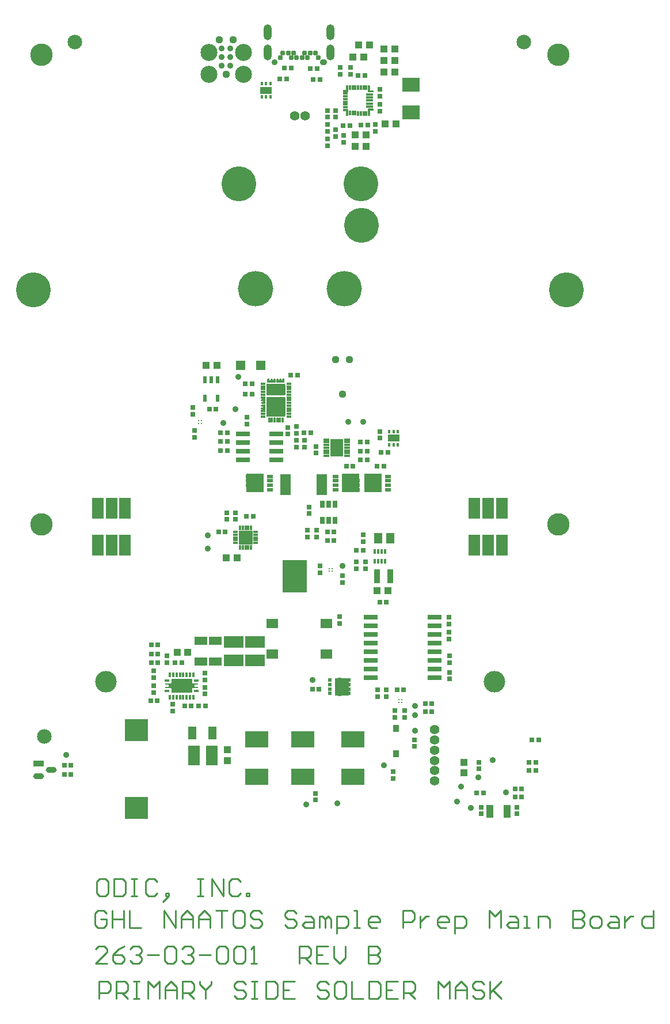
<source format=gts>
G04*
G04 #@! TF.GenerationSoftware,Altium Limited,Altium Designer,24.9.1 (31)*
G04*
G04 Layer_Color=8388736*
%FSLAX44Y44*%
%MOMM*%
G71*
G04*
G04 #@! TF.SameCoordinates,7F96DF23-6EF7-4123-9D03-ABB94F86F5D4*
G04*
G04*
G04 #@! TF.FilePolarity,Negative*
G04*
G01*
G75*
%ADD17C,0.2540*%
%ADD69R,0.7270X0.7270*%
%ADD70C,0.9144*%
%ADD71R,0.3270X0.7270*%
%ADD72R,0.7270X0.3270*%
%ADD73R,2.0269X2.0269*%
%ADD74R,0.4270X0.5770*%
%ADD75R,1.7270X1.1270*%
%ADD76R,0.7270X0.7270*%
%ADD77R,2.1270X0.7270*%
%ADD78R,3.4270X3.3020*%
%ADD79R,0.7270X1.0270*%
%ADD80R,0.8334X0.3310*%
%ADD81R,1.8288X2.5146*%
%ADD82R,1.2770X1.5770*%
%ADD83R,1.6270X3.1270*%
%ADD84C,0.8890*%
%ADD85R,0.4000X0.7700*%
%ADD86R,1.9270X1.2770*%
%ADD87R,1.0770X1.1270*%
%ADD88R,3.0500X2.0500*%
%ADD89R,0.7016X0.3416*%
%ADD90R,0.3416X0.7016*%
%ADD91R,2.8470X1.6570*%
%ADD92R,1.2770X1.9270*%
%ADD93R,1.6570X2.8470*%
%ADD94R,0.9270X1.0270*%
%ADD95R,0.8270X0.5270*%
%ADD96R,2.6370X2.6770*%
%ADD97R,1.1270X1.0770*%
%ADD98R,3.4290X2.3876*%
%ADD99R,1.3770X1.3770*%
%ADD100R,1.6770X1.4270*%
%ADD101R,3.5570X4.8270*%
%ADD102R,0.6270X1.1326*%
%ADD103C,0.2200*%
G04:AMPARAMS|DCode=104|XSize=1.6092mm|YSize=0.8165mm|CornerRadius=0.4082mm|HoleSize=0mm|Usage=FLASHONLY|Rotation=0.000|XOffset=0mm|YOffset=0mm|HoleType=Round|Shape=RoundedRectangle|*
%AMROUNDEDRECTD104*
21,1,1.6092,0.0000,0,0,0.0*
21,1,0.7928,0.8165,0,0,0.0*
1,1,0.8165,0.3964,0.0000*
1,1,0.8165,-0.3964,0.0000*
1,1,0.8165,-0.3964,0.0000*
1,1,0.8165,0.3964,0.0000*
%
%ADD104ROUNDEDRECTD104*%
%ADD105R,1.6092X0.8165*%
%ADD106R,2.7770X1.6570*%
%ADD107R,2.7770X2.8470*%
%ADD108R,0.5270X0.3270*%
%ADD109R,0.3270X0.5270*%
%ADD110R,1.1270X1.9270*%
%ADD111R,1.1270X1.0270*%
%ADD112R,1.7270X3.1270*%
%ADD113R,0.6270X0.4770*%
%ADD114R,2.6270X2.0270*%
%ADD115R,1.0500X0.3000*%
%ADD116R,1.1000X0.3000*%
%ADD117C,0.2750*%
%ADD118R,0.3000X0.7000*%
%ADD119R,0.3000X0.7800*%
%ADD120R,0.3000X0.7500*%
%ADD121R,0.3000X0.8000*%
%ADD122R,0.7000X0.3000*%
%ADD123C,0.2575*%
%ADD124C,0.2916*%
%ADD125R,0.9270X2.1270*%
%ADD126C,2.1430*%
%ADD127C,2.5019*%
%ADD128C,1.1176*%
%ADD129C,5.1270*%
%ADD130C,1.3970*%
%ADD131C,0.8770*%
%ADD132O,1.0770X0.8770*%
%ADD133C,0.7770*%
%ADD134O,1.2270X2.3270*%
%ADD135C,3.3020*%
%ADD136C,5.2070*%
%ADD137C,3.1750*%
G36*
X356808Y867424D02*
X356108Y866724D01*
X348808D01*
Y869124D01*
X349408Y869724D01*
X353808D01*
X353808Y876124D01*
X354408Y876724D01*
X356808D01*
Y867424D01*
D02*
G37*
G36*
X388808Y875924D02*
Y869224D01*
X393108Y869224D01*
X393808Y868524D01*
Y866924D01*
X393108Y866224D01*
X386508Y866224D01*
X385808Y866924D01*
X385808Y876724D01*
X388008D01*
X388808Y875924D01*
D02*
G37*
G36*
X356008Y841724D02*
X356808Y840924D01*
X356808Y831724D01*
X354508D01*
X353808Y832424D01*
Y838724D01*
X349608Y838724D01*
X348808Y839524D01*
X348808Y841724D01*
X356008Y841724D01*
D02*
G37*
G36*
X393808Y841624D02*
Y839924D01*
X393108Y839224D01*
X388808D01*
Y832424D01*
X388108Y831724D01*
X385808D01*
X385808Y841524D01*
X386508Y842224D01*
X393208Y842224D01*
X393808Y841624D01*
D02*
G37*
G36*
X263020Y445376D02*
Y440376D01*
X262520Y439876D01*
X251990D01*
X251490Y440376D01*
Y442876D01*
X251490Y445376D01*
X251990Y445876D01*
X252990Y445876D01*
X253490Y445376D01*
X253490Y443126D01*
X253990Y442626D01*
X255490D01*
X255990Y443126D01*
Y445376D01*
X256490Y445876D01*
X257490Y445876D01*
X257990Y445376D01*
X257990Y443126D01*
X258490Y442626D01*
X259990D01*
X260490Y443126D01*
Y445376D01*
X260990Y445876D01*
X262520Y445876D01*
X263020Y445376D01*
D02*
G37*
G36*
X248990Y445876D02*
X249490Y445376D01*
X249490Y442876D01*
Y440376D01*
X248990Y439876D01*
X238460D01*
X237960Y440376D01*
Y445376D01*
X238460Y445876D01*
X239990Y445876D01*
X240490Y445376D01*
Y443126D01*
X240990Y442626D01*
X242490D01*
X242990Y443126D01*
X242990Y445376D01*
X243490Y445876D01*
X244490Y445876D01*
X244990Y445376D01*
Y443126D01*
X245490Y442626D01*
X246990D01*
X247490Y443126D01*
Y445376D01*
X247990Y445876D01*
X248990Y445876D01*
D02*
G37*
G36*
X272990Y438376D02*
Y437376D01*
X271990Y436376D01*
X266990D01*
X265990Y437376D01*
Y438376D01*
X266990Y439376D01*
X271990D01*
X272990Y438376D01*
D02*
G37*
G36*
X234990D02*
Y437376D01*
X233990Y436376D01*
X228990D01*
X227990Y437376D01*
Y438376D01*
X228990Y439376D01*
X233990D01*
X234990Y438376D01*
D02*
G37*
G36*
X272990Y434376D02*
Y433376D01*
X271990Y432376D01*
X266990D01*
X265990Y433376D01*
Y434376D01*
X266990Y435376D01*
X271990D01*
X272990Y434376D01*
D02*
G37*
G36*
X234990D02*
Y433376D01*
X233990Y432376D01*
X228990D01*
X227990Y433376D01*
Y434376D01*
X228990Y435376D01*
X233990D01*
X234990Y434376D01*
D02*
G37*
G36*
X272990Y430376D02*
Y429376D01*
X271990Y428376D01*
X266990D01*
X265990Y429376D01*
Y430376D01*
X266990Y431376D01*
X271990D01*
X272990Y430376D01*
D02*
G37*
G36*
X234990D02*
Y429376D01*
X233990Y428376D01*
X228990D01*
X227990Y429376D01*
Y430376D01*
X228990Y431376D01*
X233990D01*
X234990Y430376D01*
D02*
G37*
G36*
X272990Y426376D02*
Y425376D01*
X271990Y424376D01*
X266990D01*
X265990Y425376D01*
Y426376D01*
X266990Y427376D01*
X271990D01*
X272990Y426376D01*
D02*
G37*
G36*
X234990D02*
Y425376D01*
X233990Y424376D01*
X228990D01*
X227990Y425376D01*
Y426376D01*
X228990Y427376D01*
X233990D01*
X234990Y426376D01*
D02*
G37*
G36*
X264240Y436626D02*
Y422326D01*
X263240Y421326D01*
X237740D01*
X236740Y422326D01*
Y436626D01*
X237740Y437626D01*
X263240D01*
X264240Y436626D01*
D02*
G37*
G36*
X272990Y422376D02*
Y421376D01*
X271990Y420376D01*
X266990D01*
X265990Y421376D01*
Y422376D01*
X266990Y423376D01*
X271990D01*
X272990Y422376D01*
D02*
G37*
G36*
X234990D02*
Y421376D01*
X233990Y420376D01*
X228990D01*
X227990Y421376D01*
Y422376D01*
X228990Y423376D01*
X233990D01*
X234990Y422376D01*
D02*
G37*
G36*
X272990Y418376D02*
Y417376D01*
X271990Y416376D01*
X266990D01*
X265990Y417376D01*
Y418376D01*
X266990Y419376D01*
X271990D01*
X272990Y418376D01*
D02*
G37*
G36*
X234990D02*
Y417376D01*
X233990Y416376D01*
X228990D01*
X227990Y417376D01*
Y418376D01*
X228990Y419376D01*
X233990D01*
X234990Y418376D01*
D02*
G37*
G36*
X272990Y414376D02*
Y413376D01*
X271990Y412376D01*
X266990D01*
X265990Y413376D01*
Y414376D01*
X266990Y415376D01*
X271990D01*
X272990Y414376D01*
D02*
G37*
G36*
X234490Y414376D02*
Y409376D01*
X233990Y408876D01*
X228990D01*
X228490Y409376D01*
Y410376D01*
X228990Y410876D01*
X231240Y410876D01*
X231740Y411376D01*
Y412376D01*
X231240Y412876D01*
X228990Y412876D01*
X228490Y413376D01*
Y414376D01*
X228990Y414876D01*
X233990D01*
X234490Y414376D01*
D02*
G37*
G36*
X272990Y410376D02*
Y409376D01*
X271990Y408376D01*
X266990D01*
X265990Y409376D01*
Y410376D01*
X266990Y411376D01*
X271990D01*
X272990Y410376D01*
D02*
G37*
G36*
Y406376D02*
Y405376D01*
X271990Y404376D01*
X266990D01*
X265990Y405376D01*
Y406376D01*
X266990Y407376D01*
X271990D01*
X272990Y406376D01*
D02*
G37*
G36*
X234490Y406376D02*
X234490Y401376D01*
X233990Y400876D01*
X228990D01*
X228490Y401376D01*
Y402376D01*
X228990Y402876D01*
X231240Y402876D01*
X231740Y403376D01*
Y404376D01*
X231240Y404876D01*
X228990Y404876D01*
X228490Y405376D01*
Y406376D01*
X228990Y406876D01*
X233990D01*
X234490Y406376D01*
D02*
G37*
G36*
X272990Y402376D02*
Y401376D01*
X271990Y400376D01*
X266990D01*
X265990Y401376D01*
Y402376D01*
X266990Y403376D01*
X271990D01*
X272990Y402376D01*
D02*
G37*
G36*
Y398376D02*
Y397376D01*
X271990Y396376D01*
X266990D01*
X265990Y397376D01*
Y398376D01*
X266990Y399376D01*
X271990D01*
X272990Y398376D01*
D02*
G37*
G36*
X234990D02*
Y397376D01*
X233990Y396376D01*
X228990D01*
X227990Y397376D01*
Y398376D01*
X228990Y399376D01*
X233990D01*
X234990Y398376D01*
D02*
G37*
G36*
X272990Y394376D02*
Y393376D01*
X271990Y392376D01*
X266990D01*
X265990Y393376D01*
Y394376D01*
X266990Y395376D01*
X271990D01*
X272990Y394376D01*
D02*
G37*
G36*
X234990D02*
Y393376D01*
X233990Y392376D01*
X228990D01*
X227990Y393376D01*
Y394376D01*
X228990Y395376D01*
X233990D01*
X234990Y394376D01*
D02*
G37*
G36*
X264240Y417326D02*
Y391126D01*
X263240Y390126D01*
X237740D01*
X236740Y391126D01*
Y417326D01*
X237740Y418326D01*
X263240D01*
X264240Y417326D01*
D02*
G37*
G36*
X272990Y390376D02*
Y389376D01*
X271990Y388376D01*
X266990D01*
X265990Y389376D01*
Y390376D01*
X266990Y391376D01*
X271990D01*
X272990Y390376D01*
D02*
G37*
G36*
X234990D02*
Y389376D01*
X233990Y388376D01*
X228990D01*
X227990Y389376D01*
Y390376D01*
X228990Y391376D01*
X233990D01*
X234990Y390376D01*
D02*
G37*
G36*
X261990Y387376D02*
Y382376D01*
X260990Y381376D01*
X259990D01*
X258990Y382376D01*
Y387376D01*
X259990Y388376D01*
X260990D01*
X261990Y387376D01*
D02*
G37*
G36*
X257990D02*
Y382376D01*
X256990Y381376D01*
X255990D01*
X254990Y382376D01*
Y387376D01*
X255990Y388376D01*
X256990D01*
X257990Y387376D01*
D02*
G37*
G36*
X253990D02*
Y382376D01*
X252990Y381376D01*
X251990D01*
X250990Y382376D01*
Y387376D01*
X251990Y388376D01*
X252990D01*
X253990Y387376D01*
D02*
G37*
G36*
X249990D02*
Y382376D01*
X248990Y381376D01*
X247990D01*
X246990Y382376D01*
Y387376D01*
X247990Y388376D01*
X248990D01*
X249990Y387376D01*
D02*
G37*
G36*
X245990D02*
Y382376D01*
X244990Y381376D01*
X243990D01*
X242990Y382376D01*
Y387376D01*
X243990Y388376D01*
X244990D01*
X245990Y387376D01*
D02*
G37*
G36*
X241990D02*
Y382376D01*
X240990Y381376D01*
X239990D01*
X238990Y382376D01*
Y387376D01*
X239990Y388376D01*
X240990D01*
X241990Y387376D01*
D02*
G37*
G36*
X405171Y304240D02*
X405271Y304209D01*
X405363Y304160D01*
X405444Y304094D01*
X405510Y304013D01*
X405560Y303921D01*
X405590Y303821D01*
X405600Y303717D01*
Y280282D01*
X405590Y280179D01*
X405560Y280079D01*
X405510Y279987D01*
X405444Y279906D01*
X405363Y279840D01*
X405271Y279790D01*
X405171Y279760D01*
X405067Y279750D01*
X388382D01*
X388279Y279760D01*
X388179Y279790D01*
X388087Y279840D01*
X388006Y279906D01*
X387940Y279987D01*
X387891Y280079D01*
X387860Y280179D01*
X387850Y280282D01*
Y280750D01*
X385750D01*
Y283750D01*
X387850D01*
Y287250D01*
X385750D01*
Y290250D01*
X387850D01*
Y293750D01*
X385750D01*
Y296750D01*
X387850D01*
Y300250D01*
X385750D01*
Y303250D01*
X387850D01*
Y303717D01*
X387860Y303821D01*
X387891Y303921D01*
X387940Y304013D01*
X388006Y304094D01*
X388087Y304160D01*
X388179Y304209D01*
X388279Y304240D01*
X388382Y304250D01*
X405067D01*
X405171Y304240D01*
D02*
G37*
G36*
X365721D02*
X365821Y304209D01*
X365913Y304160D01*
X365994Y304094D01*
X366060Y304013D01*
X366110Y303921D01*
X366140Y303821D01*
X366150Y303717D01*
Y303250D01*
X368250D01*
Y300250D01*
X366150D01*
Y296750D01*
X368250D01*
Y293750D01*
X366150D01*
Y290250D01*
X368250D01*
Y287250D01*
X366150D01*
Y283750D01*
X368250D01*
Y280750D01*
X366150D01*
Y280282D01*
X366140Y280179D01*
X366110Y280079D01*
X366060Y279987D01*
X365994Y279906D01*
X365913Y279840D01*
X365821Y279790D01*
X365721Y279760D01*
X365617Y279750D01*
X348932D01*
X348829Y279760D01*
X348729Y279790D01*
X348637Y279840D01*
X348556Y279906D01*
X348490Y279987D01*
X348441Y280079D01*
X348410Y280179D01*
X348400Y280282D01*
Y303717D01*
X348410Y303821D01*
X348441Y303921D01*
X348490Y304013D01*
X348556Y304094D01*
X348637Y304160D01*
X348729Y304209D01*
X348829Y304240D01*
X348932Y304250D01*
X365617D01*
X365721Y304240D01*
D02*
G37*
G36*
X231171D02*
X231271Y304209D01*
X231363Y304160D01*
X231444Y304094D01*
X231510Y304013D01*
X231560Y303921D01*
X231590Y303821D01*
X231600Y303717D01*
Y280282D01*
X231590Y280179D01*
X231560Y280079D01*
X231510Y279987D01*
X231444Y279906D01*
X231363Y279840D01*
X231271Y279790D01*
X231171Y279760D01*
X231068Y279750D01*
X214382D01*
X214279Y279760D01*
X214179Y279790D01*
X214087Y279840D01*
X214006Y279906D01*
X213940Y279987D01*
X213890Y280079D01*
X213860Y280179D01*
X213850Y280282D01*
Y280750D01*
X211750D01*
Y283750D01*
X213850D01*
Y287250D01*
X211750D01*
Y290250D01*
X213850D01*
Y293750D01*
X211750D01*
Y296750D01*
X213850D01*
Y300250D01*
X211750D01*
Y303250D01*
X213850D01*
Y303717D01*
X213860Y303821D01*
X213890Y303921D01*
X213940Y304013D01*
X214006Y304094D01*
X214087Y304160D01*
X214179Y304209D01*
X214279Y304240D01*
X214382Y304250D01*
X231068D01*
X231171Y304240D01*
D02*
G37*
G36*
X126991Y3765D02*
Y-1527D01*
X127000Y-1625D01*
X127029Y-1719D01*
X127075Y-1805D01*
X127137Y-1881D01*
X127213Y-1943D01*
X127299Y-1989D01*
X127393Y-2018D01*
X127491Y-2027D01*
X135534D01*
X136241Y-2734D01*
Y-3320D01*
X135534Y-4027D01*
X131491D01*
X131393Y-4037D01*
X131299Y-4065D01*
X131213Y-4112D01*
X131137Y-4174D01*
X131075Y-4250D01*
X131029Y-4336D01*
X131000Y-4430D01*
X130991Y-4527D01*
Y-7027D01*
X131000Y-7125D01*
X131029Y-7219D01*
X131075Y-7305D01*
X131137Y-7381D01*
X131213Y-7443D01*
X131299Y-7489D01*
X131393Y-7518D01*
X131491Y-7527D01*
X135534D01*
X136241Y-8235D01*
Y-8820D01*
X135534Y-9527D01*
X127491D01*
X127393Y-9537D01*
X127299Y-9565D01*
X127213Y-9612D01*
X127137Y-9674D01*
X127075Y-9750D01*
X127029Y-9836D01*
X127000Y-9930D01*
X126991Y-10027D01*
Y-15320D01*
X126284Y-16027D01*
X97198D01*
X96491Y-15320D01*
Y-10027D01*
X96481Y-9930D01*
X96453Y-9836D01*
X96406Y-9750D01*
X96344Y-9674D01*
X96268Y-9612D01*
X96182Y-9565D01*
X96088Y-9537D01*
X95991Y-9527D01*
X87948D01*
X87241Y-8820D01*
Y-8235D01*
X87948Y-7527D01*
X91991D01*
X92088Y-7518D01*
X92182Y-7489D01*
X92268Y-7443D01*
X92344Y-7381D01*
X92406Y-7305D01*
X92452Y-7219D01*
X92481Y-7125D01*
X92491Y-7027D01*
Y-4527D01*
X92481Y-4430D01*
X92452Y-4336D01*
X92406Y-4250D01*
X92344Y-4174D01*
X92268Y-4112D01*
X92182Y-4065D01*
X92088Y-4037D01*
X91991Y-4027D01*
X87948D01*
X87241Y-3320D01*
Y-2734D01*
X87948Y-2027D01*
X95991D01*
X96088Y-2018D01*
X96182Y-1989D01*
X96268Y-1943D01*
X96344Y-1881D01*
X96406Y-1805D01*
X96453Y-1719D01*
X96481Y-1625D01*
X96491Y-1527D01*
Y3765D01*
X97198Y4473D01*
X126284D01*
X126991Y3765D01*
D02*
G37*
G36*
X346255Y5464D02*
X358005D01*
Y-20036D01*
X346255D01*
Y-20786D01*
X341755D01*
Y-20036D01*
X337255D01*
Y5464D01*
X341755D01*
Y6214D01*
X346255D01*
Y5464D01*
D02*
G37*
D17*
X-10101Y-465644D02*
Y-440253D01*
X2595D01*
X6827Y-444484D01*
Y-452948D01*
X2595Y-457180D01*
X-10101D01*
X15291Y-465644D02*
Y-440253D01*
X27987D01*
X32219Y-444484D01*
Y-452948D01*
X27987Y-457180D01*
X15291D01*
X23755D02*
X32219Y-465644D01*
X40683Y-440253D02*
X49147D01*
X44915D01*
Y-465644D01*
X40683D01*
X49147D01*
X61843D02*
Y-440253D01*
X70307Y-448717D01*
X78771Y-440253D01*
Y-465644D01*
X87235D02*
Y-448717D01*
X95699Y-440253D01*
X104163Y-448717D01*
Y-465644D01*
Y-452948D01*
X87235D01*
X112626Y-465644D02*
Y-440253D01*
X125322D01*
X129554Y-444484D01*
Y-452948D01*
X125322Y-457180D01*
X112626D01*
X121090D02*
X129554Y-465644D01*
X138018Y-440253D02*
Y-444484D01*
X146482Y-452948D01*
X154946Y-444484D01*
Y-440253D01*
X146482Y-452948D02*
Y-465644D01*
X205730Y-444484D02*
X201498Y-440253D01*
X193034D01*
X188802Y-444484D01*
Y-448717D01*
X193034Y-452948D01*
X201498D01*
X205730Y-457180D01*
Y-461412D01*
X201498Y-465644D01*
X193034D01*
X188802Y-461412D01*
X214194Y-440253D02*
X222658D01*
X218426D01*
Y-465644D01*
X214194D01*
X222658D01*
X235354Y-440253D02*
Y-465644D01*
X248049D01*
X252281Y-461412D01*
Y-444484D01*
X248049Y-440253D01*
X235354D01*
X277673D02*
X260745D01*
Y-465644D01*
X277673D01*
X260745Y-452948D02*
X269209D01*
X328457Y-444484D02*
X324225Y-440253D01*
X315761D01*
X311529Y-444484D01*
Y-448717D01*
X315761Y-452948D01*
X324225D01*
X328457Y-457180D01*
Y-461412D01*
X324225Y-465644D01*
X315761D01*
X311529Y-461412D01*
X349617Y-440253D02*
X341153D01*
X336921Y-444484D01*
Y-461412D01*
X341153Y-465644D01*
X349617D01*
X353849Y-461412D01*
Y-444484D01*
X349617Y-440253D01*
X362313D02*
Y-465644D01*
X379240D01*
X387704Y-440253D02*
Y-465644D01*
X400400D01*
X404632Y-461412D01*
Y-444484D01*
X400400Y-440253D01*
X387704D01*
X430024D02*
X413096D01*
Y-465644D01*
X430024D01*
X413096Y-452948D02*
X421560D01*
X438488Y-465644D02*
Y-440253D01*
X451184D01*
X455416Y-444484D01*
Y-452948D01*
X451184Y-457180D01*
X438488D01*
X446952D02*
X455416Y-465644D01*
X489272D02*
Y-440253D01*
X497735Y-448717D01*
X506199Y-440253D01*
Y-465644D01*
X514663D02*
Y-448717D01*
X523127Y-440253D01*
X531591Y-448717D01*
Y-465644D01*
Y-452948D01*
X514663D01*
X556983Y-444484D02*
X552751Y-440253D01*
X544287D01*
X540055Y-444484D01*
Y-448717D01*
X544287Y-452948D01*
X552751D01*
X556983Y-457180D01*
Y-461412D01*
X552751Y-465644D01*
X544287D01*
X540055Y-461412D01*
X565447Y-440253D02*
Y-465644D01*
Y-457180D01*
X582375Y-440253D01*
X569679Y-452948D01*
X582375Y-465644D01*
X-145Y-288975D02*
X-8608D01*
X-12840Y-293207D01*
Y-310134D01*
X-8608Y-314366D01*
X-145D01*
X4087Y-310134D01*
Y-293207D01*
X-145Y-288975D01*
X12551D02*
Y-314366D01*
X25247D01*
X29479Y-310134D01*
Y-293207D01*
X25247Y-288975D01*
X12551D01*
X37943D02*
X46407D01*
X42175D01*
Y-314366D01*
X37943D01*
X46407D01*
X76031Y-293207D02*
X71799Y-288975D01*
X63335D01*
X59103Y-293207D01*
Y-310134D01*
X63335Y-314366D01*
X71799D01*
X76031Y-310134D01*
X88727Y-318598D02*
X92959Y-314366D01*
Y-310134D01*
X88727D01*
Y-314366D01*
X92959D01*
X88727Y-318598D01*
X84495Y-322830D01*
X135278Y-288975D02*
X143742D01*
X139510D01*
Y-314366D01*
X135278D01*
X143742D01*
X156438D02*
Y-288975D01*
X173366Y-314366D01*
Y-288975D01*
X198758Y-293207D02*
X194526Y-288975D01*
X186062D01*
X181830Y-293207D01*
Y-310134D01*
X186062Y-314366D01*
X194526D01*
X198758Y-310134D01*
X207222Y-314366D02*
Y-310134D01*
X211454D01*
Y-314366D01*
X207222D01*
X1341Y-340332D02*
X-2891Y-336100D01*
X-11355D01*
X-15587Y-340332D01*
Y-357260D01*
X-11355Y-361492D01*
X-2891D01*
X1341Y-357260D01*
Y-348796D01*
X-7123D01*
X9805Y-336100D02*
Y-361492D01*
Y-348796D01*
X26733D01*
Y-336100D01*
Y-361492D01*
X35197Y-336100D02*
Y-361492D01*
X52125D01*
X85980D02*
Y-336100D01*
X102908Y-361492D01*
Y-336100D01*
X111372Y-361492D02*
Y-344564D01*
X119836Y-336100D01*
X128300Y-344564D01*
Y-361492D01*
Y-348796D01*
X111372D01*
X136764Y-361492D02*
Y-344564D01*
X145228Y-336100D01*
X153692Y-344564D01*
Y-361492D01*
Y-348796D01*
X136764D01*
X162156Y-336100D02*
X179083D01*
X170620D01*
Y-361492D01*
X200243Y-336100D02*
X191779D01*
X187547Y-340332D01*
Y-357260D01*
X191779Y-361492D01*
X200243D01*
X204475Y-357260D01*
Y-340332D01*
X200243Y-336100D01*
X229867Y-340332D02*
X225635Y-336100D01*
X217171D01*
X212939Y-340332D01*
Y-344564D01*
X217171Y-348796D01*
X225635D01*
X229867Y-353028D01*
Y-357260D01*
X225635Y-361492D01*
X217171D01*
X212939Y-357260D01*
X280651Y-340332D02*
X276419Y-336100D01*
X267955D01*
X263723Y-340332D01*
Y-344564D01*
X267955Y-348796D01*
X276419D01*
X280651Y-353028D01*
Y-357260D01*
X276419Y-361492D01*
X267955D01*
X263723Y-357260D01*
X293347Y-344564D02*
X301810D01*
X306042Y-348796D01*
Y-361492D01*
X293347D01*
X289115Y-357260D01*
X293347Y-353028D01*
X306042D01*
X314506Y-361492D02*
Y-344564D01*
X318738D01*
X322970Y-348796D01*
Y-361492D01*
Y-348796D01*
X327202Y-344564D01*
X331434Y-348796D01*
Y-361492D01*
X339898Y-369956D02*
Y-344564D01*
X352594D01*
X356826Y-348796D01*
Y-357260D01*
X352594Y-361492D01*
X339898D01*
X365290D02*
X373754D01*
X369522D01*
Y-336100D01*
X365290D01*
X399146Y-361492D02*
X390682D01*
X386450Y-357260D01*
Y-348796D01*
X390682Y-344564D01*
X399146D01*
X403378Y-348796D01*
Y-353028D01*
X386450D01*
X437233Y-361492D02*
Y-336100D01*
X449929D01*
X454161Y-340332D01*
Y-348796D01*
X449929Y-353028D01*
X437233D01*
X462625Y-344564D02*
Y-361492D01*
Y-353028D01*
X466857Y-348796D01*
X471089Y-344564D01*
X475321D01*
X500713Y-361492D02*
X492249D01*
X488017Y-357260D01*
Y-348796D01*
X492249Y-344564D01*
X500713D01*
X504945Y-348796D01*
Y-353028D01*
X488017D01*
X513409Y-369956D02*
Y-344564D01*
X526105D01*
X530337Y-348796D01*
Y-357260D01*
X526105Y-361492D01*
X513409D01*
X564192D02*
Y-336100D01*
X572656Y-344564D01*
X581120Y-336100D01*
Y-361492D01*
X593816Y-344564D02*
X602280D01*
X606512Y-348796D01*
Y-361492D01*
X593816D01*
X589584Y-357260D01*
X593816Y-353028D01*
X606512D01*
X614976Y-361492D02*
X623440D01*
X619208D01*
Y-344564D01*
X614976D01*
X636136Y-361492D02*
Y-344564D01*
X648832D01*
X653064Y-348796D01*
Y-361492D01*
X686919Y-336100D02*
Y-361492D01*
X699615D01*
X703847Y-357260D01*
Y-353028D01*
X699615Y-348796D01*
X686919D01*
X699615D01*
X703847Y-344564D01*
Y-340332D01*
X699615Y-336100D01*
X686919D01*
X716543Y-361492D02*
X725007D01*
X729239Y-357260D01*
Y-348796D01*
X725007Y-344564D01*
X716543D01*
X712311Y-348796D01*
Y-357260D01*
X716543Y-361492D01*
X741935Y-344564D02*
X750399D01*
X754631Y-348796D01*
Y-361492D01*
X741935D01*
X737703Y-357260D01*
X741935Y-353028D01*
X754631D01*
X763095Y-344564D02*
Y-361492D01*
Y-353028D01*
X767327Y-348796D01*
X771559Y-344564D01*
X775791D01*
X805414Y-336100D02*
Y-361492D01*
X792719D01*
X788486Y-357260D01*
Y-348796D01*
X792719Y-344564D01*
X805414D01*
X1727Y-413574D02*
X-15201D01*
X1727Y-396646D01*
Y-392415D01*
X-2505Y-388183D01*
X-10969D01*
X-15201Y-392415D01*
X27119Y-388183D02*
X18655Y-392415D01*
X10191Y-400878D01*
Y-409342D01*
X14423Y-413574D01*
X22887D01*
X27119Y-409342D01*
Y-405110D01*
X22887Y-400878D01*
X10191D01*
X35583Y-392415D02*
X39815Y-388183D01*
X48279D01*
X52511Y-392415D01*
Y-396646D01*
X48279Y-400878D01*
X44047D01*
X48279D01*
X52511Y-405110D01*
Y-409342D01*
X48279Y-413574D01*
X39815D01*
X35583Y-409342D01*
X60975Y-400878D02*
X77903D01*
X86367Y-392415D02*
X90599Y-388183D01*
X99063D01*
X103295Y-392415D01*
Y-409342D01*
X99063Y-413574D01*
X90599D01*
X86367Y-409342D01*
Y-392415D01*
X111758D02*
X115990Y-388183D01*
X124454D01*
X128686Y-392415D01*
Y-396646D01*
X124454Y-400878D01*
X120222D01*
X124454D01*
X128686Y-405110D01*
Y-409342D01*
X124454Y-413574D01*
X115990D01*
X111758Y-409342D01*
X137150Y-400878D02*
X154078D01*
X162542Y-392415D02*
X166774Y-388183D01*
X175238D01*
X179470Y-392415D01*
Y-409342D01*
X175238Y-413574D01*
X166774D01*
X162542Y-409342D01*
Y-392415D01*
X187934D02*
X192166Y-388183D01*
X200630D01*
X204862Y-392415D01*
Y-409342D01*
X200630Y-413574D01*
X192166D01*
X187934Y-409342D01*
Y-392415D01*
X213326Y-413574D02*
X221790D01*
X217558D01*
Y-388183D01*
X213326Y-392415D01*
X285269Y-413574D02*
Y-388183D01*
X297965D01*
X302197Y-392415D01*
Y-400878D01*
X297965Y-405110D01*
X285269D01*
X293733D02*
X302197Y-413574D01*
X327589Y-388183D02*
X310661D01*
Y-413574D01*
X327589D01*
X310661Y-400878D02*
X319125D01*
X336053Y-388183D02*
Y-405110D01*
X344517Y-413574D01*
X352980Y-405110D01*
Y-388183D01*
X386836D02*
Y-413574D01*
X399532D01*
X403764Y-409342D01*
Y-405110D01*
X399532Y-400878D01*
X386836D01*
X399532D01*
X403764Y-396646D01*
Y-392415D01*
X399532Y-388183D01*
X386836D01*
D69*
X399000Y317000D02*
D03*
X409000D02*
D03*
X375000Y326000D02*
D03*
X385000D02*
D03*
X415000Y337000D02*
D03*
X405000D02*
D03*
X77000Y28000D02*
D03*
X67000D02*
D03*
X375000Y339000D02*
D03*
X385000D02*
D03*
X126000Y-35000D02*
D03*
X116000D02*
D03*
X67000Y54000D02*
D03*
X77000D02*
D03*
X112000Y28000D02*
D03*
X102000D02*
D03*
X379000Y193000D02*
D03*
X369000D02*
D03*
X385000Y352000D02*
D03*
X375000D02*
D03*
X354000Y317000D02*
D03*
X364000D02*
D03*
X77000Y41000D02*
D03*
X67000D02*
D03*
X147000Y-35000D02*
D03*
X137000D02*
D03*
X292000Y366000D02*
D03*
X302000D02*
D03*
X66000Y-28000D02*
D03*
X76000D02*
D03*
X265995Y885936D02*
D03*
X255995D02*
D03*
X305000Y885000D02*
D03*
X315000D02*
D03*
X300995Y900936D02*
D03*
X310995D02*
D03*
X272995Y901936D02*
D03*
X262995D02*
D03*
X205490Y422876D02*
D03*
X215490D02*
D03*
Y437876D02*
D03*
X205490D02*
D03*
X272225Y450950D02*
D03*
X282225D02*
D03*
X438464Y-12071D02*
D03*
X428464D02*
D03*
X546000Y-163000D02*
D03*
X556000D02*
D03*
X326000Y220000D02*
D03*
X336000D02*
D03*
X162506Y401064D02*
D03*
X152506D02*
D03*
X-51000Y-123000D02*
D03*
X-61000D02*
D03*
X-51000Y-136000D02*
D03*
X-61000D02*
D03*
X217000Y243000D02*
D03*
X207000D02*
D03*
X166000Y220000D02*
D03*
X176000D02*
D03*
X633000Y-130000D02*
D03*
X623000D02*
D03*
X637000Y-85000D02*
D03*
X627000D02*
D03*
X336000Y208000D02*
D03*
X326000D02*
D03*
X623000Y-118000D02*
D03*
X633000D02*
D03*
X480000Y-44000D02*
D03*
X470000D02*
D03*
X480000Y-32000D02*
D03*
X470000D02*
D03*
X612000Y-157000D02*
D03*
X602000D02*
D03*
X314005Y-10536D02*
D03*
X304005D02*
D03*
X602000Y-169000D02*
D03*
X612000D02*
D03*
X375308Y818224D02*
D03*
X385308D02*
D03*
X348995Y817536D02*
D03*
X358995D02*
D03*
X380995Y890536D02*
D03*
X370995D02*
D03*
X403000Y117000D02*
D03*
X413000D02*
D03*
X169000Y366000D02*
D03*
X179000D02*
D03*
X179000Y353000D02*
D03*
X169000D02*
D03*
X179000Y340000D02*
D03*
X169000D02*
D03*
D70*
X183350Y905300D02*
D03*
X170650D02*
D03*
X183350Y930700D02*
D03*
X170650D02*
D03*
X183350Y918000D02*
D03*
X170650D02*
D03*
D71*
X213761Y197536D02*
D03*
X197761D02*
D03*
X213761Y226536D02*
D03*
X197761D02*
D03*
X209761Y197536D02*
D03*
X201761D02*
D03*
X209761Y226536D02*
D03*
X201761D02*
D03*
X205761Y197536D02*
D03*
Y226536D02*
D03*
X260490Y384876D02*
D03*
X256490D02*
D03*
X252490D02*
D03*
X248490D02*
D03*
X244490D02*
D03*
X240490D02*
D03*
D72*
X220261Y204036D02*
D03*
X191261D02*
D03*
X220261Y220036D02*
D03*
X191261D02*
D03*
Y208036D02*
D03*
X220261Y216036D02*
D03*
X191261D02*
D03*
X220261Y212036D02*
D03*
Y208036D02*
D03*
X191261Y212036D02*
D03*
X231490Y389876D02*
D03*
Y393876D02*
D03*
Y397876D02*
D03*
Y417876D02*
D03*
Y421876D02*
D03*
Y425876D02*
D03*
Y429876D02*
D03*
Y433876D02*
D03*
Y437876D02*
D03*
X269490D02*
D03*
Y433876D02*
D03*
Y429876D02*
D03*
Y425876D02*
D03*
Y421876D02*
D03*
Y417876D02*
D03*
Y413876D02*
D03*
Y409876D02*
D03*
Y405876D02*
D03*
Y401876D02*
D03*
Y397876D02*
D03*
Y393876D02*
D03*
Y389876D02*
D03*
D73*
X205761Y212036D02*
D03*
D74*
X423500Y348500D02*
D03*
X430000D02*
D03*
X417000D02*
D03*
Y368000D02*
D03*
X430000D02*
D03*
X423500D02*
D03*
X235995Y878686D02*
D03*
Y859186D02*
D03*
X242495Y878686D02*
D03*
Y859186D02*
D03*
X229495Y878686D02*
D03*
Y859186D02*
D03*
D75*
X423500Y358250D02*
D03*
X235995Y868936D02*
D03*
D76*
X403000Y358000D02*
D03*
Y368000D02*
D03*
X128000Y393000D02*
D03*
Y403000D02*
D03*
X99000Y-33000D02*
D03*
Y-43000D02*
D03*
X344000Y96000D02*
D03*
Y86000D02*
D03*
X297000Y223000D02*
D03*
Y213000D02*
D03*
X299000Y257000D02*
D03*
Y247000D02*
D03*
X310000Y223000D02*
D03*
Y213000D02*
D03*
X309000Y346000D02*
D03*
Y336000D02*
D03*
X369000Y176000D02*
D03*
Y166000D02*
D03*
X146000Y13000D02*
D03*
Y3000D02*
D03*
X379000Y216000D02*
D03*
Y206000D02*
D03*
X90000Y28000D02*
D03*
Y38000D02*
D03*
X71000Y16000D02*
D03*
Y6000D02*
D03*
X382000Y166000D02*
D03*
Y176000D02*
D03*
X71000Y-16000D02*
D03*
Y-6000D02*
D03*
X146000Y-18000D02*
D03*
Y-8000D02*
D03*
X208225Y388950D02*
D03*
Y378950D02*
D03*
X605000Y-184000D02*
D03*
Y-194000D02*
D03*
X552000Y-184000D02*
D03*
Y-194000D02*
D03*
X549000Y-128000D02*
D03*
Y-118000D02*
D03*
X131000Y359000D02*
D03*
Y369000D02*
D03*
X292225Y354950D02*
D03*
Y344950D02*
D03*
X280225D02*
D03*
Y354950D02*
D03*
X268225Y363950D02*
D03*
Y373950D02*
D03*
X177761Y238536D02*
D03*
Y248536D02*
D03*
X190760D02*
D03*
Y238536D02*
D03*
X314995Y170536D02*
D03*
Y160536D02*
D03*
X280225Y364950D02*
D03*
Y374950D02*
D03*
X423005Y-142286D02*
D03*
Y-132286D02*
D03*
X454000Y-95000D02*
D03*
Y-85000D02*
D03*
X308951Y-173805D02*
D03*
Y-163805D02*
D03*
X325995Y839536D02*
D03*
Y829536D02*
D03*
X337995Y839536D02*
D03*
Y829536D02*
D03*
X325995Y808536D02*
D03*
Y818536D02*
D03*
X338001Y801536D02*
D03*
Y811536D02*
D03*
X396995Y808536D02*
D03*
Y818536D02*
D03*
X344995Y892536D02*
D03*
Y902536D02*
D03*
X403308Y848224D02*
D03*
Y838224D02*
D03*
Y860224D02*
D03*
Y870224D02*
D03*
X359995Y902536D02*
D03*
Y892536D02*
D03*
X440000Y-52000D02*
D03*
Y-42000D02*
D03*
X506000Y28000D02*
D03*
Y38000D02*
D03*
X505000Y73000D02*
D03*
Y63000D02*
D03*
X400000Y-22000D02*
D03*
Y-12000D02*
D03*
X413000D02*
D03*
Y-22000D02*
D03*
X505000Y95000D02*
D03*
Y85000D02*
D03*
X506000Y14000D02*
D03*
Y4000D02*
D03*
X425000Y-52000D02*
D03*
Y-42000D02*
D03*
X349995Y792536D02*
D03*
Y802536D02*
D03*
X325995Y787536D02*
D03*
Y797536D02*
D03*
X348000Y146000D02*
D03*
Y156000D02*
D03*
D77*
X201725Y338600D02*
D03*
Y351300D02*
D03*
X250725Y338600D02*
D03*
Y351300D02*
D03*
X201725Y325900D02*
D03*
Y364000D02*
D03*
X250725Y325900D02*
D03*
Y364000D02*
D03*
X483454Y6480D02*
D03*
Y19180D02*
D03*
Y31880D02*
D03*
Y44580D02*
D03*
Y57280D02*
D03*
Y69980D02*
D03*
Y82680D02*
D03*
Y95380D02*
D03*
X389474D02*
D03*
Y82680D02*
D03*
Y69980D02*
D03*
Y57280D02*
D03*
Y44580D02*
D03*
Y31880D02*
D03*
Y19180D02*
D03*
Y6480D02*
D03*
D78*
X45000Y-185150D02*
D03*
Y-70850D02*
D03*
D79*
X328000Y237000D02*
D03*
X318500D02*
D03*
Y261000D02*
D03*
X328000D02*
D03*
X337500D02*
D03*
Y237000D02*
D03*
D80*
X325038Y356000D02*
D03*
Y352000D02*
D03*
Y348000D02*
D03*
Y344000D02*
D03*
Y340000D02*
D03*
Y336000D02*
D03*
Y332000D02*
D03*
X354962D02*
D03*
Y336000D02*
D03*
Y340000D02*
D03*
Y344000D02*
D03*
Y348000D02*
D03*
Y352000D02*
D03*
Y356000D02*
D03*
D81*
X340000Y344000D02*
D03*
D82*
X419000Y211000D02*
D03*
X401000D02*
D03*
D83*
X264500Y290000D02*
D03*
X317500D02*
D03*
D84*
X589000Y-162000D02*
D03*
X569000Y-115000D02*
D03*
X537000Y-185000D02*
D03*
X517000Y-176000D02*
D03*
X523000Y-154000D02*
D03*
X548000Y-140000D02*
D03*
X150000Y215000D02*
D03*
Y196000D02*
D03*
X357000Y382000D02*
D03*
X379000D02*
D03*
X304005Y2464D02*
D03*
X455000Y-35000D02*
D03*
X347995Y170536D02*
D03*
X294951Y-179805D02*
D03*
X455000Y-49000D02*
D03*
Y-72000D02*
D03*
X195000Y448000D02*
D03*
X191000Y401000D02*
D03*
X173000Y380000D02*
D03*
X-58000Y-107000D02*
D03*
X409000Y-122650D02*
D03*
X340951Y-178805D02*
D03*
D85*
X401000Y177000D02*
D03*
X411000D02*
D03*
X406000D02*
D03*
X396000D02*
D03*
X411000Y191800D02*
D03*
X406000D02*
D03*
X401000D02*
D03*
X396000D02*
D03*
D86*
X140000Y30000D02*
D03*
Y60000D02*
D03*
X161000Y30000D02*
D03*
Y60000D02*
D03*
D87*
X399000Y134000D02*
D03*
X415000D02*
D03*
X121000Y43000D02*
D03*
X105000D02*
D03*
X177000Y182000D02*
D03*
X193000D02*
D03*
X163506Y465064D02*
D03*
X147506D02*
D03*
X366995Y786536D02*
D03*
X382995D02*
D03*
Y803536D02*
D03*
X366995D02*
D03*
X410995Y819536D02*
D03*
X426995D02*
D03*
X425308Y913223D02*
D03*
X409308D02*
D03*
X425308Y896224D02*
D03*
X409308D02*
D03*
X425308Y930223D02*
D03*
X409308D02*
D03*
X371995Y935536D02*
D03*
X387995D02*
D03*
X363308Y918224D02*
D03*
X379308D02*
D03*
D88*
X111741Y-5777D02*
D03*
D89*
X90240Y1723D02*
D03*
X133240D02*
D03*
Y-13277D02*
D03*
X90240D02*
D03*
D90*
X94241Y10722D02*
D03*
X99241D02*
D03*
X104241D02*
D03*
X109241D02*
D03*
X114241D02*
D03*
X119241D02*
D03*
X124241D02*
D03*
X129241D02*
D03*
Y-22278D02*
D03*
X124241D02*
D03*
X119241D02*
D03*
X114241D02*
D03*
X109241D02*
D03*
X104241D02*
D03*
X99241D02*
D03*
X94241D02*
D03*
D91*
X220000Y31590D02*
D03*
Y58410D02*
D03*
X188000Y31590D02*
D03*
Y58410D02*
D03*
D92*
X127000Y-75000D02*
D03*
X157000D02*
D03*
D93*
X129590Y-108000D02*
D03*
X156410D02*
D03*
D94*
X427000Y-68500D02*
D03*
Y-105500D02*
D03*
D95*
X241500Y282250D02*
D03*
Y288750D02*
D03*
Y295250D02*
D03*
Y301750D02*
D03*
X210500D02*
D03*
Y295250D02*
D03*
Y288750D02*
D03*
X369500Y295250D02*
D03*
Y288750D02*
D03*
Y282250D02*
D03*
X338500D02*
D03*
Y288750D02*
D03*
Y295250D02*
D03*
Y301750D02*
D03*
X384500Y288750D02*
D03*
Y295250D02*
D03*
Y301750D02*
D03*
X415500D02*
D03*
Y295250D02*
D03*
Y288750D02*
D03*
Y282250D02*
D03*
D96*
X219550Y292000D02*
D03*
X360450D02*
D03*
X393550D02*
D03*
D97*
X179000Y-100000D02*
D03*
Y-116000D02*
D03*
D98*
X289951Y-139491D02*
D03*
Y-84119D02*
D03*
X363951D02*
D03*
Y-139491D02*
D03*
X221950Y-84119D02*
D03*
Y-139491D02*
D03*
D99*
X198225Y464950D02*
D03*
X228225D02*
D03*
D100*
X245250Y86000D02*
D03*
Y41000D02*
D03*
X324750D02*
D03*
Y86000D02*
D03*
D101*
X278000Y155000D02*
D03*
D102*
X165006Y443592D02*
D03*
X155506D02*
D03*
X146006D02*
D03*
Y416536D02*
D03*
X165006D02*
D03*
D103*
X140950Y383775D02*
D03*
Y379775D02*
D03*
X136950Y383775D02*
D03*
Y379775D02*
D03*
X332995Y162536D02*
D03*
X328995D02*
D03*
X332995Y166537D02*
D03*
X328995D02*
D03*
X431464Y-26070D02*
D03*
X435465D02*
D03*
X431464Y-30071D02*
D03*
X435465D02*
D03*
D104*
X-79750Y-129214D02*
D03*
X-98259Y-138714D02*
D03*
D105*
Y-119714D02*
D03*
D106*
X250490Y429476D02*
D03*
D107*
Y404226D02*
D03*
D108*
X232490Y401876D02*
D03*
Y405876D02*
D03*
Y409876D02*
D03*
Y413876D02*
D03*
D109*
X239490Y441876D02*
D03*
X243990D02*
D03*
X248490D02*
D03*
X252490D02*
D03*
X256990D02*
D03*
X261490D02*
D03*
D110*
X590500Y-190000D02*
D03*
X565500D02*
D03*
D111*
X527000Y-134000D02*
D03*
Y-118000D02*
D03*
D112*
X28500Y201000D02*
D03*
X-11500D02*
D03*
X28500Y255000D02*
D03*
X-11500D02*
D03*
X8500Y201000D02*
D03*
Y255000D02*
D03*
X582500Y201000D02*
D03*
X542500D02*
D03*
X582500Y255000D02*
D03*
X542500D02*
D03*
X562500Y201000D02*
D03*
Y255000D02*
D03*
D113*
X330005Y2464D02*
D03*
Y-4036D02*
D03*
Y-10536D02*
D03*
Y-17036D02*
D03*
X358005D02*
D03*
Y-10536D02*
D03*
Y-4036D02*
D03*
Y2464D02*
D03*
D114*
X449308Y836724D02*
D03*
Y877724D02*
D03*
D115*
X388558Y863224D02*
D03*
D116*
X388308Y858724D02*
D03*
Y854224D02*
D03*
Y849724D02*
D03*
Y845224D02*
D03*
D117*
X387620Y840411D02*
D03*
X354995Y839911D02*
D03*
D118*
X383308Y835224D02*
D03*
X379308D02*
D03*
X375308D02*
D03*
X371308D02*
D03*
X359308Y873224D02*
D03*
X363308D02*
D03*
X367308D02*
D03*
X371308D02*
D03*
X375308D02*
D03*
X379308D02*
D03*
X383308D02*
D03*
D119*
X367308Y835624D02*
D03*
D120*
X363308Y835474D02*
D03*
D121*
X359308Y835724D02*
D03*
D122*
X352308Y844224D02*
D03*
Y848224D02*
D03*
Y852224D02*
D03*
Y856224D02*
D03*
Y860224D02*
D03*
Y864224D02*
D03*
D123*
X351933Y868349D02*
D03*
D124*
X387620Y867911D02*
D03*
D125*
X419000Y155000D02*
D03*
X399000D02*
D03*
D126*
X615000Y940000D02*
D03*
X-90000Y-80000D02*
D03*
X-45000Y940000D02*
D03*
D127*
X202400Y924350D02*
D03*
Y892600D02*
D03*
X151600Y924350D02*
D03*
Y892600D02*
D03*
X202400D02*
D03*
Y924350D02*
D03*
X151600Y892600D02*
D03*
Y924350D02*
D03*
D128*
X187160Y943400D02*
D03*
X166840D02*
D03*
X177000Y892600D02*
D03*
D03*
X187160Y943400D02*
D03*
X166840D02*
D03*
X348000Y422600D02*
D03*
X358160Y473400D02*
D03*
X337840D02*
D03*
D129*
X376000Y671000D02*
D03*
X-106300Y576300D02*
D03*
X677800D02*
D03*
X375750Y732000D02*
D03*
X195750D02*
D03*
D130*
X483700Y-145500D02*
D03*
Y-130500D02*
D03*
Y-115500D02*
D03*
Y-100500D02*
D03*
Y-85500D02*
D03*
Y-70500D02*
D03*
X293000Y831500D02*
D03*
X278000D02*
D03*
D131*
X248695Y910436D02*
D03*
D132*
X320695D02*
D03*
D133*
X312695Y916936D02*
D03*
X308695Y923936D02*
D03*
X300695D02*
D03*
X296695Y916936D02*
D03*
X292695Y923936D02*
D03*
X288695Y916936D02*
D03*
X280695D02*
D03*
X276695Y923936D02*
D03*
X272695Y916936D02*
D03*
X268695Y923936D02*
D03*
X260695D02*
D03*
X256695Y916936D02*
D03*
D134*
X238695Y924436D02*
D03*
X330695D02*
D03*
X238695Y954436D02*
D03*
X330695D02*
D03*
D135*
X-94500Y921300D02*
D03*
X666000D02*
D03*
X-94500Y231300D02*
D03*
X666000D02*
D03*
D136*
X350750Y577215D02*
D03*
X220750D02*
D03*
D137*
X571500Y0D02*
D03*
X0D02*
D03*
M02*

</source>
